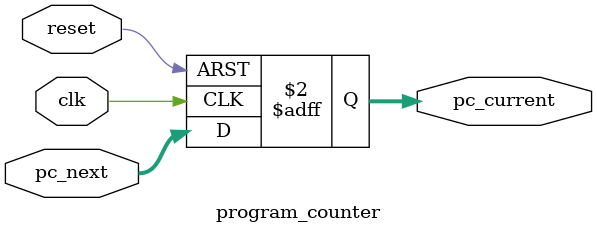
<source format=v>
`timescale 1ns / 1ps

module program_counter 
#(
    parameter INSTRUCTION_BITSIZE = 32
)
(
    input  wire clk,
    input  wire reset,
    input  wire [INSTRUCTION_BITSIZE-1:0] pc_next,

    output reg  [INSTRUCTION_BITSIZE-1:0] pc_current
);

always @(posedge clk or posedge reset) begin
    if (reset)
        pc_current <= {INSTRUCTION_BITSIZE{1'b0}};
    else
        pc_current <= pc_next;
end

endmodule
</source>
